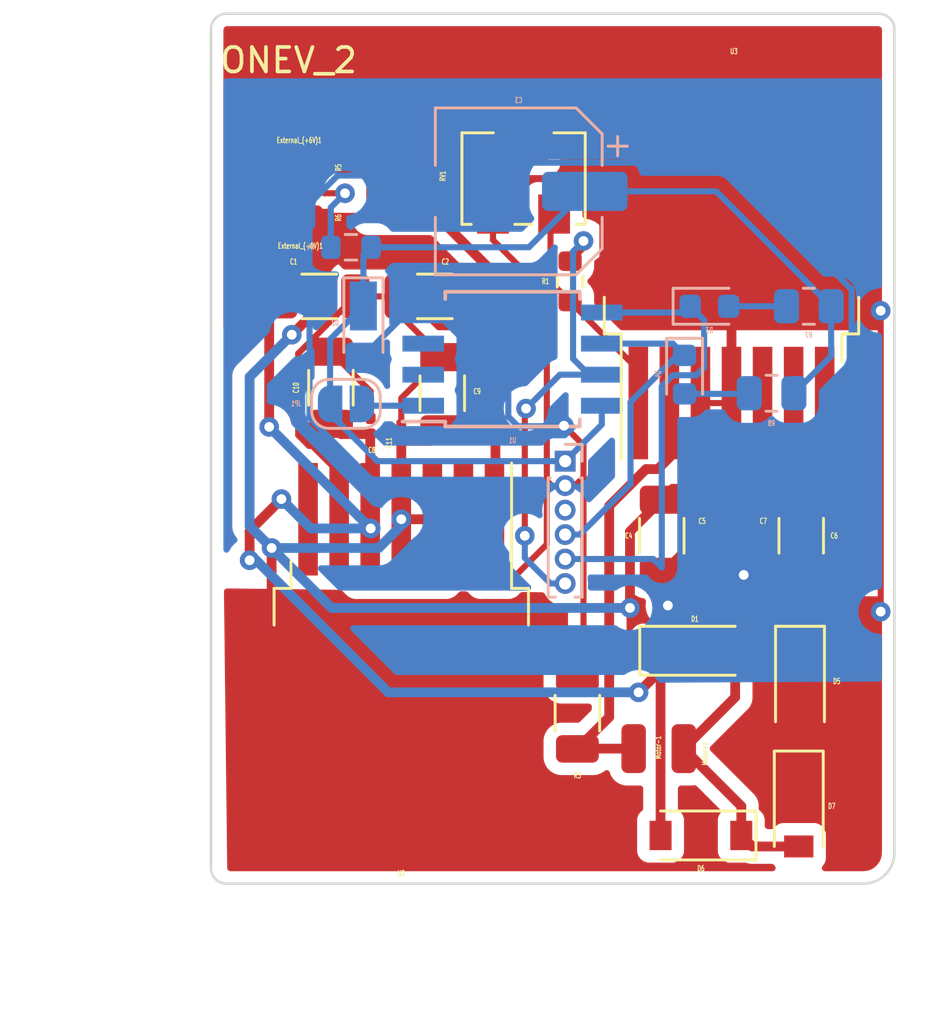
<source format=kicad_pcb>
(kicad_pcb (version 20211014) (generator pcbnew)
  (layers (0 "F.Cu" signal) (31 "B.Cu" signal) (34 "B.Paste" user) (35 "F.Paste" user) (36 "B.SilkS" user "B.Silkscreen") (37 "F.SilkS" user "F.Silkscreen") (38 "B.Mask" user) (39 "F.Mask" user) (44 "Edge.Cuts" user))
  (net 0 "")
  (net 1 "+V")
  (net 2 "-V")
  (net 3 "VCC_MCU_5V")
  (net 4 "TX_Serial")
  (net 5 "Net-(D3-Pad2)")
  (net 6 "RX_Serial")
  (net 7 "Net-(D4-Pad2)")
  (net 8 "Torque_Mode")
  (net 9 "Net-(R1-Pad2)")
  (net 10 "Net-(R5-Pad2)")
  (net 13 "GND")
  (net 14 "Net-(Motor-1-Pad1)")
  (net 16 "Net-(U3-Pad3)")
  (net 17 "Net-(U1-Pad1)")
  (footprint "Capacitor_SMD:C_0201_0603Metric" (layer "F.Cu") (at 179.25 52.423 90)
    (fp_text reference "C8" (at -0.977 0.05 unlocked) (layer "F.SilkS") (effects (font (size 0.225 0.15))))
    (fp_text value "0.1uF")
    (pad "1" smd roundrect (at -0.32 0 90) (size 0.46 0.4) (layers "F.Cu" "F.Mask") (net 1 "+V"))
    (pad "2" smd roundrect (at 0.32 0 90) (size 0.46 0.4) (layers "F.Cu" "F.Mask") (net 13 "GND"))
  )
  (footprint "Capacitor_SMD:C_1206_3216Metric" (layer "F.Cu") (at 181.8716 47.1156)
    (fp_text reference "C2" (at 0.4284 -1.4156 unlocked) (layer "F.SilkS") (effects (font (size 0.225 0.15))))
    (fp_text value "10uF")
    (fp_line (start -0.711252 0.91) (end 0.711252 0.91) (layer "F.SilkS") (width 0.12))
    (fp_line (start -0.711252 -0.91) (end 0.711252 -0.91) (layer "F.SilkS") (width 0.12))
    (pad "1" smd roundrect (at -1.475 0) (size 1.15 1.8) (layers "F.Cu" "F.Paste" "F.Mask") (roundrect_rratio 0.217391) (net 13 "GND"))
    (pad "2" smd roundrect (at 1.475 0) (size 1.15 1.8) (layers "F.Cu" "F.Paste" "F.Mask") (roundrect_rratio 0.217391) (net 2 "-V"))
  )
  (footprint "Capacitor_SMD:C_1206_3216Metric" (layer "F.Cu") (at 196.85 56.9 -90)
    (fp_text reference "C6" (at 0 -1.35 unlocked) (layer "F.SilkS") (effects (font (size 0.225 0.15))))
    (fp_text value "10uF")
    (fp_line (start -0.711252 0.91) (end 0.711252 0.91) (layer "F.SilkS") (width 0.12))
    (fp_line (start -0.711252 -0.91) (end 0.711252 -0.91) (layer "F.SilkS") (width 0.12))
    (pad "1" smd roundrect (at -1.475 0 270) (size 1.15 1.8) (layers "F.Cu" "F.Paste" "F.Mask") (roundrect_rratio 0.217391) (net 1 "+V"))
    (pad "2" smd roundrect (at 1.475 0 270) (size 1.15 1.8) (layers "F.Cu" "F.Paste" "F.Mask") (roundrect_rratio 0.217391) (net 13 "GND"))
  )
  (footprint "Capacitor_SMD:C_1206_3216Metric" (layer "F.Cu") (at 177.6244 50.85 90)
    (fp_text reference "C10" (at 0 -1.4244 90 unlocked) (layer "F.SilkS") (effects (font (size 0.225 0.15))))
    (fp_text value "10uF")
    (fp_line (start -0.711252 0.91) (end 0.711252 0.91) (layer "F.SilkS") (width 0.12))
    (fp_line (start -0.711252 -0.91) (end 0.711252 -0.91) (layer "F.SilkS") (width 0.12))
    (pad "1" smd roundrect (at -1.475 0 90) (size 1.15 1.8) (layers "F.Cu" "F.Paste" "F.Mask") (roundrect_rratio 0.217391) (net 1 "+V"))
    (pad "2" smd roundrect (at 1.475 0 90) (size 1.15 1.8) (layers "F.Cu" "F.Paste" "F.Mask") (roundrect_rratio 0.217391) (net 13 "GND"))
  )
  (footprint "Potentiometer_SMD:Potentiometer_Bourns_3214W_Vertical" (layer "F.Cu") (at 185.5 42.3 180)
    (fp_text reference "RV1" (at 3.3 0.1 90 unlocked) (layer "F.SilkS") (effects (font (size 0.225 0.15))))
    (fp_text value "1k")
    (fp_line (start 2.52 -1.87) (end 2.52 1.87) (layer "F.SilkS") (width 0.12))
    (fp_line (start 2.14 -1.87) (end 2.52 -1.87) (layer "F.SilkS") (width 0.12))
    (fp_line (start -2.52 -1.87) (end -2.14 -1.87) (layer "F.SilkS") (width 0.12))
    (fp_line (start 1.24 1.87) (end 2.52 1.87) (layer "F.SilkS") (width 0.12))
    (fp_line (start -0.36 -1.87) (end 0.36 -1.87) (layer "F.SilkS") (width 0.12))
    (fp_line (start -2.52 -1.87) (end -2.52 1.87) (layer "F.SilkS") (width 0.12))
    (fp_line (start -2.52 1.87) (end -1.24 1.87) (layer "F.SilkS") (width 0.12))
    (pad "1" smd rect (at 1.25 -1.45 180) (size 1.3 1.6) (layers "F.Cu" "F.Paste" "F.Mask") (net 13 "GND"))
    (pad "2" smd rect (at 0 1.45 180) (size 2 1.6) (layers "F.Cu" "F.Paste" "F.Mask") (net 13 "GND"))
    (pad "3" smd rect (at -1.25 -1.45 180) (size 1.3 1.6) (layers "F.Cu" "F.Paste" "F.Mask") (net 9 "Net-(R1-Pad2)"))
  )
  (footprint "Capacitor_SMD:C_0201_0603Metric" (layer "F.Cu") (at 195.25 55.3 -90)
    (fp_text reference "C7" (at 1 -0.05 unlocked) (layer "F.SilkS") (effects (font (size 0.225 0.15))))
    (fp_text value "0.1uF")
    (pad "1" smd roundrect (at -0.32 0 270) (size 0.46 0.4) (layers "F.Cu" "F.Mask") (net 1 "+V"))
    (pad "2" smd roundrect (at 0.32 0 270) (size 0.46 0.4) (layers "F.Cu" "F.Mask") (net 13 "GND"))
  )
  (footprint "Resistor_SMD:R_0201_0603Metric" (layer "F.Cu") (at 178.95 43.9 180)
    (fp_text reference "R6" (at 1.016 0 90 unlocked) (layer "F.SilkS") (effects (font (size 0.225 0.15))))
    (fp_text value "100k")
    (pad "1" smd roundrect (at -0.32 0 180) (size 0.46 0.4) (layers "F.Cu" "F.Mask") (net 10 "Net-(R5-Pad2)"))
    (pad "2" smd roundrect (at 0.32 0 180) (size 0.46 0.4) (layers "F.Cu" "F.Mask") (net 2 "-V"))
  )
  (footprint "Package_TO_SOT_SMD:TO-263-7_TabPin8" (layer "F.Cu") (at 194 45.7 90)
    (fp_text reference "U3" (at 8.6 0.1 unlocked) (layer "F.SilkS") (effects (font (size 0.225 0.15))))
    (fp_text value "OPAMP")
    (fp_line (start -2.95 -4.51) (end -8.075 -4.51) (layer "F.SilkS") (width 0.12))
    (fp_line (start -1.45 5.2) (end -2.95 5.2) (layer "F.SilkS") (width 0.12))
    (fp_line (start -2.95 -5.2) (end -2.95 -4.51) (layer "F.SilkS") (width 0.12))
    (fp_line (start -2.95 4.51) (end -4.05 4.51) (layer "F.SilkS") (width 0.12))
    (fp_line (start -1.45 -5.2) (end -2.95 -5.2) (layer "F.SilkS") (width 0.12))
    (fp_line (start -2.95 5.2) (end -2.95 4.51) (layer "F.SilkS") (width 0.12))
    (pad "1" smd rect (at -5.775 -3.81 90) (size 4.6 0.8) (layers "F.Cu" "F.Paste" "F.Mask") (net 9 "Net-(R1-Pad2)"))
    (pad "2" smd rect (at -5.775 -2.54 90) (size 4.6 0.8) (layers "F.Cu" "F.Paste" "F.Mask") (net 14 "Net-(Motor-1-Pad1)"))
    (pad "3" smd rect (at -5.775 -1.27 90) (size 4.6 0.8) (layers "F.Cu" "F.Paste" "F.Mask") (net 2 "-V"))
    (pad "4" smd rect (at -5.775 0 90) (size 4.6 0.8) (layers "F.Cu" "F.Paste" "F.Mask") (net 2 "-V"))
    (pad "5" smd rect (at -5.775 1.27 90) (size 4.6 0.8) (layers "F.Cu" "F.Paste" "F.Mask") (net 1 "+V"))
    (pad "6" smd rect (at -5.775 2.54 90) (size 4.6 0.8) (layers "F.Cu" "F.Paste" "F.Mask") (net 16 "Net-(U3-Pad3)"))
    (pad "7" smd rect (at -5.775 3.81 90) (size 4.6 0.8) (layers "F.Cu" "F.Paste" "F.Mask"))
    (pad "8" smd rect (at 3.375 0 90) (size 9.4 10.8) (layers "F.Cu" "F.Mask") (net 2 "-V"))
  )
  (footprint "Connector_Wire:SolderWirePad_1x01_SMD_1x2mm" (layer "F.Cu") (at 192.05 65.6 180)
    (fp_text reference "Motor+1" (at -0.871 -0.21 90 unlocked) (layer "F.SilkS") (effects (font (size 0.225 0.15))))
    (fp_text value "Conn_01x01")
    (pad "1" smd roundrect (at 0 0 180) (size 1 2) (layers "F.Cu" "F.Paste" "F.Mask") (net 16 "Net-(U3-Pad3)"))
  )
  (footprint "Capacitor_SMD:C_0201_0603Metric" (layer "F.Cu") (at 192.75 55.3 -90)
    (fp_text reference "C5" (at 1 -0.05 unlocked) (layer "F.SilkS") (effects (font (size 0.225 0.15))))
    (fp_text value "0.1uF")
    (pad "1" smd roundrect (at -0.32 0 270) (size 0.46 0.4) (layers "F.Cu" "F.Mask") (net 2 "-V"))
    (pad "2" smd roundrect (at 0.32 0 270) (size 0.46 0.4) (layers "F.Cu" "F.Mask") (net 13 "GND"))
  )
  (footprint "Resistor_SMD:R_0201_0603Metric" (layer "F.Cu") (at 178.95 41.85)
    (fp_text reference "R5" (at -1.016 0 90 unlocked) (layer "F.SilkS") (effects (font (size 0.225 0.15))))
    (fp_text value "100k")
    (pad "1" smd roundrect (at -0.32 0) (size 0.46 0.4) (layers "F.Cu" "F.Mask") (net 1 "+V"))
    (pad "2" smd roundrect (at 0.32 0) (size 0.46 0.4) (layers "F.Cu" "F.Mask") (net 10 "Net-(R5-Pad2)"))
  )
  (footprint "Diode_SMD:D_SOD-123" (layer "F.Cu") (at 196.75 67.95 -90)
    (fp_text reference "D7" (at 0 -1.35 unlocked) (layer "F.SilkS") (effects (font (size 0.225 0.15))))
    (fp_text value "D_Zener")
    (fp_line (start -2.25 -1) (end 1.65 -1) (layer "F.SilkS") (width 0.12))
    (fp_line (start -2.25 1) (end 1.65 1) (layer "F.SilkS") (width 0.12))
    (fp_line (start -2.25 -1) (end -2.25 1) (layer "F.SilkS") (width 0.12))
    (pad "1" smd rect (at -1.65 0 270) (size 0.9 1.2) (layers "F.Cu" "F.Paste" "F.Mask") (net 2 "-V"))
    (pad "2" smd rect (at 1.65 0 270) (size 0.9 1.2) (layers "F.Cu" "F.Paste" "F.Mask") (net 16 "Net-(U3-Pad3)"))
  )
  (footprint "Capacitor_SMD:C_1206_3216Metric" (layer "F.Cu") (at 182.1764 51.0744 90)
    (fp_text reference "C9" (at 0.0744 1.4236 unlocked) (layer "F.SilkS") (effects (font (size 0.225 0.15))))
    (fp_text value "10uF")
    (fp_line (start -0.711252 -0.91) (end 0.711252 -0.91) (layer "F.SilkS") (width 0.12))
    (fp_line (start -0.711252 0.91) (end 0.711252 0.91) (layer "F.SilkS") (width 0.12))
    (pad "1" smd roundrect (at -1.475 0 90) (size 1.15 1.8) (layers "F.Cu" "F.Paste" "F.Mask") (roundrect_rratio 0.217391) (net 2 "-V"))
    (pad "2" smd roundrect (at 1.475 0 90) (size 1.15 1.8) (layers "F.Cu" "F.Paste" "F.Mask") (roundrect_rratio 0.217391) (net 13 "GND"))
  )
  (footprint "Package_TO_SOT_SMD:TO-263-7_TabPin8" (layer "F.Cu") (at 180.5 62 -90)
    (fp_text reference "U2" (at 8.7 0 unlocked) (layer "F.SilkS") (effects (font (size 0.225 0.15))))
    (fp_text value "OPAMP")
    (fp_line (start -2.95 -5.2) (end -2.95 -4.51) (layer "F.SilkS") (width 0.12))
    (fp_line (start -1.45 5.2) (end -2.95 5.2) (layer "F.SilkS") (width 0.12))
    (fp_line (start -2.95 5.2) (end -2.95 4.51) (layer "F.SilkS") (width 0.12))
    (fp_line (start -1.45 -5.2) (end -2.95 -5.2) (layer "F.SilkS") (width 0.12))
    (fp_line (start -2.95 -4.51) (end -8.075 -4.51) (layer "F.SilkS") (width 0.12))
    (fp_line (start -2.95 4.51) (end -4.05 4.51) (layer "F.SilkS") (width 0.12))
    (pad "1" smd rect (at -5.775 -3.81 270) (size 4.6 0.8) (layers "F.Cu" "F.Paste" "F.Mask") (net 10 "Net-(R5-Pad2)"))
    (pad "2" smd rect (at -5.775 -2.54 270) (size 4.6 0.8) (layers "F.Cu" "F.Paste" "F.Mask") (net 13 "GND"))
    (pad "3" smd rect (at -5.775 -1.27 270) (size 4.6 0.8) (layers "F.Cu" "F.Paste" "F.Mask") (net 2 "-V"))
    (pad "4" smd rect (at -5.775 0 270) (size 4.6 0.8) (layers "F.Cu" "F.Paste" "F.Mask") (net 2 "-V"))
    (pad "5" smd rect (at -5.775 1.27 270) (size 4.6 0.8) (layers "F.Cu" "F.Paste" "F.Mask") (net 1 "+V"))
    (pad "6" smd rect (at -5.775 2.54 270) (size 4.6 0.8) (layers "F.Cu" "F.Paste" "F.Mask") (net 13 "GND"))
    (pad "7" smd rect (at -5.775 3.81 270) (size 4.6 0.8) (layers "F.Cu" "F.Paste" "F.Mask"))
    (pad "8" smd rect (at 3.375 0 270) (size 9.4 10.8) (layers "F.Cu" "F.Mask") (net 2 "-V"))
  )
  (footprint "Capacitor_SMD:C_1206_3216Metric" (layer "F.Cu") (at 191.15 56.9 -90)
    (fp_text reference "C4" (at 0 1.35 unlocked) (layer "F.SilkS") (effects (font (size 0.225 0.15))))
    (fp_text value "10uF")
    (fp_line (start -0.711252 0.91) (end 0.711252 0.91) (layer "F.SilkS") (width 0.12))
    (fp_line (start -0.711252 -0.91) (end 0.711252 -0.91) (layer "F.SilkS") (width 0.12))
    (pad "1" smd roundrect (at -1.475 0 270) (size 1.15 1.8) (layers "F.Cu" "F.Paste" "F.Mask") (roundrect_rratio 0.217391) (net 2 "-V"))
    (pad "2" smd roundrect (at 1.475 0 270) (size 1.15 1.8) (layers "F.Cu" "F.Paste" "F.Mask") (roundrect_rratio 0.217391) (net 13 "GND"))
  )
  (footprint "Diode_SMD:D_SOD-123" (layer "F.Cu") (at 192.5 61.6)
    (fp_text reference "D1" (at 0 -1.3 unlocked) (layer "F.SilkS") (effects (font (size 0.225 0.15))))
    (fp_text value "D_Schottky")
    (fp_line (start -2.25 1) (end 1.65 1) (layer "F.SilkS") (width 0.12))
    (fp_line (start -2.25 -1) (end 1.65 -1) (layer "F.SilkS") (width 0.12))
    (fp_line (start -2.25 -1) (end -2.25 1) (layer "F.SilkS") (width 0.12))
    (pad "1" smd rect (at -1.65 0) (size 0.9 1.2) (layers "F.Cu" "F.Paste" "F.Mask") (net 1 "+V"))
    (pad "2" smd rect (at 1.65 0) (size 0.9 1.2) (layers "F.Cu" "F.Paste" "F.Mask") (net 16 "Net-(U3-Pad3)"))
  )
  (footprint "Resistor_SMD:R_1206_3216Metric" (layer "F.Cu") (at 187.7 64.15 90)
    (fp_text reference "R3" (at -2.55 0 unlocked) (layer "F.SilkS") (effects (font (size 0.225 0.15))))
    (fp_text value "0.1")
    (fp_line (start -0.727064 -0.91) (end 0.727064 -0.91) (layer "F.SilkS") (width 0.12))
    (fp_line (start -0.727064 0.91) (end 0.727064 0.91) (layer "F.SilkS") (width 0.12))
    (pad "1" smd roundrect (at -1.4625 0 90) (size 1.125 1.75) (layers "F.Cu" "F.Paste" "F.Mask") (roundrect_rratio 0.222222) (net 14 "Net-(Motor-1-Pad1)"))
    (pad "2" smd roundrect (at 1.4625 0 90) (size 1.125 1.75) (layers "F.Cu" "F.Paste" "F.Mask") (roundrect_rratio 0.222222) (net 13 "GND"))
  )
  (footprint "Connector_Wire:SolderWirePad_1x01_SMD_1x2mm" (layer "F.Cu") (at 176.306 43.894 90)
    (fp_text reference "External_(-6V)1" (at -1.156 0.069 unlocked) (layer "F.SilkS") (effects (font (size 0.225 0.15))))
    (fp_text value "Conn_01x01")
    (pad "1" smd roundrect (at 0 0 90) (size 1 2) (layers "F.Cu" "F.Paste" "F.Mask") (net 2 "-V"))
  )
  (footprint "Connector_Wire:SolderWirePad_1x01_SMD_1x2mm" (layer "F.Cu") (at 176.306 41.85 90)
    (fp_text reference "External_(+6V)1" (at 1.116 0.019 unlocked) (layer "F.SilkS") (effects (font (size 0.225 0.15))))
    (fp_text value "Conn_01x01")
    (pad "1" smd roundrect (at 0 0 90) (size 1 2) (layers "F.Cu" "F.Paste" "F.Mask") (net 1 "+V"))
  )
  (footprint "Capacitor_SMD:C_1206_3216Metric" (layer "F.Cu") (at 177.1472 47.1156)
    (fp_text reference "C1" (at -1.0472 -1.4156 unlocked) (layer "F.SilkS") (effects (font (size 0.225 0.15))))
    (fp_text value "10uF")
    (fp_line (start -0.711252 0.91) (end 0.711252 0.91) (layer "F.SilkS") (width 0.12))
    (fp_line (start -0.711252 -0.91) (end 0.711252 -0.91) (layer "F.SilkS") (width 0.12))
    (pad "1" smd roundrect (at -1.475 0) (size 1.15 1.8) (layers "F.Cu" "F.Paste" "F.Mask") (roundrect_rratio 0.217391) (net 1 "+V"))
    (pad "2" smd roundrect (at 1.475 0) (size 1.15 1.8) (layers "F.Cu" "F.Paste" "F.Mask") (roundrect_rratio 0.217391) (net 13 "GND"))
  )
  (footprint "Connector_Wire:SolderWirePad_1x01_SMD_1x2mm" (layer "F.Cu") (at 190 65.6 180)
    (fp_text reference "Motor-1" (at -1.006 0.044 90 unlocked) (layer "F.SilkS") (effects (font (size 0.225 0.15))))
    (fp_text value "Conn_01x01")
    (pad "1" smd roundrect (at 0 0 180) (size 1 2) (layers "F.Cu" "F.Paste" "F.Mask") (net 14 "Net-(Motor-1-Pad1)"))
  )
  (footprint "Resistor_SMD:R_0603_1608Metric" (layer "F.Cu") (at 187.4 46.5 -90)
    (fp_text reference "R1" (at 0 1 unlocked) (layer "F.SilkS") (effects (font (size 0.225 0.15))))
    (fp_text value "100k")
    (fp_line (start -0.237258 0.5225) (end 0.237258 0.5225) (layer "F.SilkS") (width 0.12))
    (fp_line (start -0.237258 -0.5225) (end 0.237258 -0.5225) (layer "F.SilkS") (width 0.12))
    (pad "1" smd roundrect (at -0.825 0 270) (size 0.8 0.95) (layers "F.Cu" "F.Paste" "F.Mask") (net 8 "Torque_Mode"))
    (pad "2" smd roundrect (at 0.825 0 270) (size 0.8 0.95) (layers "F.Cu" "F.Paste" "F.Mask") (net 9 "Net-(R1-Pad2)"))
  )
  (footprint "Capacitor_SMD:C_0201_0603Metric" (layer "F.Cu") (at 180.5 52.7 90)
    (fp_text reference "C11" (at -0.4 -0.5 90 unlocked) (layer "F.SilkS") (effects (font (size 0.225 0.15))))
    (fp_text value "0.1uF")
    (pad "1" smd roundrect (at -0.32 0 90) (size 0.46 0.4) (layers "F.Cu" "F.Mask") (net 2 "-V"))
    (pad "2" smd roundrect (at 0.32 0 90) (size 0.46 0.4) (layers "F.Cu" "F.Mask") (net 13 "GND"))
  )
  (footprint "Diode_SMD:D_SOD-123" (layer "F.Cu") (at 196.8 62.85 -90)
    (fp_text reference "D5" (at 0 -1.5 unlocked) (layer "F.SilkS") (effects (font (size 0.225 0.15))))
    (fp_text value "D_Schottky")
    (fp_line (start -2.25 1) (end 1.65 1) (layer "F.SilkS") (width 0.12))
    (fp_line (start -2.25 -1) (end -2.25 1) (layer "F.SilkS") (width 0.12))
    (fp_line (start -2.25 -1) (end 1.65 -1) (layer "F.SilkS") (width 0.12))
    (pad "1" smd rect (at -1.65 0 270) (size 0.9 1.2) (layers "F.Cu" "F.Paste" "F.Mask") (net 16 "Net-(U3-Pad3)"))
    (pad "2" smd rect (at 1.65 0 270) (size 0.9 1.2) (layers "F.Cu" "F.Paste" "F.Mask") (net 2 "-V"))
  )
  (footprint "Diode_SMD:D_SOD-123" (layer "F.Cu") (at 192.75 69.15 180)
    (fp_text reference "D6" (at 0 -1.35 unlocked) (layer "F.SilkS") (effects (font (size 0.225 0.15))))
    (fp_text value "D_Zener")
    (fp_line (start -2.25 -1) (end 1.65 -1) (layer "F.SilkS") (width 0.12))
    (fp_line (start -2.25 -1) (end -2.25 1) (layer "F.SilkS") (width 0.12))
    (fp_line (start -2.25 1) (end 1.65 1) (layer "F.SilkS") (width 0.12))
    (pad "1" smd rect (at -1.65 0 180) (size 0.9 1.2) (layers "F.Cu" "F.Paste" "F.Mask") (net 16 "Net-(U3-Pad3)"))
    (pad "2" smd rect (at 1.65 0 180) (size 0.9 1.2) (layers "F.Cu" "F.Paste" "F.Mask") (net 1 "+V"))
  )
  (footprint "Jumper:SolderJumper-2_P1.3mm_Open_RoundedPad1.0x1.5mm" (layer "B.Cu") (at 178.2408 51.5088 180)
    (fp_text reference "JP1" (at 2.0408 0.0088 unlocked) (layer "B.SilkS") (effects (font (size 0.225 0.15)) (justify mirror)))
    (fp_text value "Jumper_2_Open")
    (fp_line (start 0.7 -1) (end -0.7 -1) (layer "B.SilkS") (width 0.12))
    (fp_line (start 1.4 0.3) (end 1.4 -0.3) (layer "B.SilkS") (width 0.12))
    (fp_line (start -1.4 -0.3) (end -1.4 0.3) (layer "B.SilkS") (width 0.12))
    (fp_line (start -0.7 1) (end 0.7 1) (layer "B.SilkS") (width 0.12))
    (fp_arc (start -1.4 -0.3) (mid -1.194975 -0.794975) (end -0.7 -1) (layer "B.SilkS") (width 0.12))
    (fp_arc (start 0.7 -1) (mid 1.194975 -0.794975) (end 1.4 -0.3) (layer "B.SilkS") (width 0.12))
    (fp_arc (start 1.4 0.3) (mid 1.194975 0.794975) (end 0.7 1) (layer "B.SilkS") (width 0.12))
    (fp_arc (start -0.7 1) (mid -1.194975 0.794975) (end -1.4 0.3) (layer "B.SilkS") (width 0.12))
    (pad "1" smd custom (at -0.65 0 180) (size 1 0.5) (layers "B.Cu" "B.Mask") (net 17 "Net-(U1-Pad1)") (options (clearance outline) (anchor rect)) (primitives (gr_circle (center 0 -0.25) (end 0.5 -0.25) (width 0) (fill yes)) (gr_circle (center 0 0.25) (end 0.5 0.25) (width 0) (fill yes)) (gr_poly (pts (xy 0.5 -0.75) (xy 0 -0.75) (xy 0 0.75) (xy 0.5 0.75)) (width 0) (fill yes))))
    (pad "2" smd custom (at 0.65 0 180) (size 1 0.5) (layers "B.Cu" "B.Mask") (net 3 "VCC_MCU_5V") (options (clearance outline) (anchor rect)) (primitives (gr_circle (center 0 -0.25) (end 0.5 -0.25) (width 0) (fill yes)) (gr_circle (center 0 0.25) (end 0.5 0.25) (width 0) (fill yes)) (gr_poly (pts (xy 0 -0.75) (xy -0.5 -0.75) (xy -0.5 0.75) (xy 0 0.75)) (width 0) (fill yes))))
  )
  (footprint "Package_SO:SOIC-8W_5.3x5.3mm_P1.27mm" (layer "B.Cu") (at 185.048 49.68)
    (fp_text reference "U1" (at 0 3.32 unlocked) (layer "B.SilkS") (effects (font (size 0.225 0.15)) (justify mirror)))
    (fp_text value "ATtiny85-20S")
    (fp_line (start 2.75 -2.755) (end 2.75 -2.455) (layer "B.SilkS") (width 0.15))
    (fp_line (start 2.75 2.755) (end 2.75 2.455) (layer "B.SilkS") (width 0.15))
    (fp_line (start -2.75 2.755) (end -2.75 2.55) (layer "B.SilkS") (width 0.15))
    (fp_line (start -2.75 -2.755) (end -2.75 -2.455) (layer "B.SilkS") (width 0.15))
    (fp_line (start -2.75 2.755) (end 2.75 2.755) (layer "B.SilkS") (width 0.15))
    (fp_line (start -2.75 2.55) (end -4.5 2.55) (layer "B.SilkS") (width 0.15))
    (fp_line (start -2.75 -2.755) (end 2.75 -2.755) (layer "B.SilkS") (width 0.15))
    (pad "1" smd rect (at -3.65 1.905) (size 1.7 0.65) (layers "B.Cu" "B.Paste" "B.Mask") (net 17 "Net-(U1-Pad1)"))
    (pad "2" smd rect (at -3.65 0.635) (size 1.7 0.65) (layers "B.Cu" "B.Paste" "B.Mask"))
    (pad "3" smd rect (at -3.65 -0.635) (size 1.7 0.65) (layers "B.Cu" "B.Paste" "B.Mask"))
    (pad "4" smd rect (at -3.65 -1.905) (size 1.7 0.65) (layers "B.Cu" "B.Paste" "B.Mask") (net 13 "GND"))
    (pad "5" smd rect (at 3.65 -1.905) (size 1.7 0.65) (layers "B.Cu" "B.Paste" "B.Mask") (net 4 "TX_Serial"))
    (pad "6" smd rect (at 3.65 -0.635) (size 1.7 0.65) (layers "B.Cu" "B.Paste" "B.Mask") (net 6 "RX_Serial"))
    (pad "7" smd rect (at 3.65 0.635) (size 1.7 0.65) (layers "B.Cu" "B.Paste" "B.Mask") (net 8 "Torque_Mode"))
    (pad "8" smd rect (at 3.65 1.905) (size 1.7 0.65) (layers "B.Cu" "B.Paste" "B.Mask") (net 3 "VCC_MCU_5V"))
  )
  (footprint "Resistor_SMD:R_0805_2012Metric" (layer "B.Cu") (at 195.638 51.0745)
    (fp_text reference "R8" (at 0 1.2255 unlocked) (layer "B.SilkS") (effects (font (size 0.225 0.15)) (justify mirror)))
    (fp_text value "220")
    (fp_line (start -0.227064 -0.735) (end 0.227064 -0.735) (layer "B.SilkS") (width 0.12))
    (fp_line (start -0.227064 0.735) (end 0.227064 0.735) (layer "B.SilkS") (width 0.12))
    (pad "1" smd roundrect (at -0.9125 0) (size 1.025 1.4) (layers "B.Cu" "B.Paste" "B.Mask") (roundrect_rratio 0.243902) (net 7 "Net-(D4-Pad2)"))
    (pad "2" smd roundrect (at 0.9125 0) (size 1.025 1.4) (layers "B.Cu" "B.Paste" "B.Mask") (roundrect_rratio 0.243902) (net 3 "VCC_MCU_5V"))
  )
  (footprint "LED_SMD:LED_0603_1608Metric" (layer "B.Cu") (at 192.082 50.3125 -90)
    (fp_text reference "D4" (at -0.0125 1.082 90 unlocked) (layer "B.SilkS") (effects (font (size 0.225 0.15)) (justify mirror)))
    (fp_text value "LED")
    (fp_line (start -1.485 0.735) (end -1.485 -0.735) (layer "B.SilkS") (width 0.12))
    (fp_line (start 0.8 0.735) (end -1.485 0.735) (layer "B.SilkS") (width 0.12))
    (fp_line (start -1.485 -0.735) (end 0.8 -0.735) (layer "B.SilkS") (width 0.12))
    (pad "1" smd roundrect (at -0.7875 0 270) (size 0.875 0.95) (layers "B.Cu" "B.Paste" "B.Mask") (net 6 "RX_Serial"))
    (pad "2" smd roundrect (at 0.7875 0 270) (size 0.875 0.95) (layers "B.Cu" "B.Paste" "B.Mask") (net 7 "Net-(D4-Pad2)"))
  )
  (footprint "Connector_PinHeader_1.00mm:PinHeader_1x06_P1.00mm_Vertical" (layer "B.Cu") (at 187.2 53.85 180)
    (fp_text reference "ONEV_2" hide)
    (fp_text value "PinHeader_1x06_P1.00mm_Vertical")
    (fp_line (start -0.695 -0.685) (end -0.695 -5.56) (layer "B.SilkS") (width 0.12))
    (fp_line (start -0.695 0) (end -0.695 0.685) (layer "B.SilkS") (width 0.12))
    (fp_line (start 0.695 -0.685) (end 0.695 -5.56) (layer "B.SilkS") (width 0.12))
    (fp_line (start -0.695 -5.56) (end -0.394493 -5.56) (layer "B.SilkS") (width 0.12))
    (fp_line (start 0.394493 -5.56) (end 0.695 -5.56) (layer "B.SilkS") (width 0.12))
    (fp_line (start 0.608276 -0.685) (end 0.695 -0.685) (layer "B.SilkS") (width 0.12))
    (fp_line (start -0.695 0.685) (end 0 0.685) (layer "B.SilkS") (width 0.12))
    (fp_line (start -0.695 -0.685) (end -0.608276 -0.685) (layer "B.SilkS") (width 0.12))
    (pad "1" thru_hole rect (at 0 0 180) (size 0.85 0.85) (drill 0.5) (layers *.Cu *.Mask) (net 3 "VCC_MCU_5V"))
    (pad "2" thru_hole oval (at 0 -1 180) (size 0.85 0.85) (drill 0.5) (layers *.Cu *.Mask) (net 13 "GND"))
    (pad "3" thru_hole oval (at 0 -2 180) (size 0.85 0.85) (drill 0.5) (layers *.Cu *.Mask))
    (pad "4" thru_hole oval (at 0 -3 180) (size 0.85 0.85) (drill 0.5) (layers *.Cu *.Mask) (net 6 "RX_Serial"))
    (pad "5" thru_hole oval (at 0 -4 180) (size 0.85 0.85) (drill 0.5) (layers *.Cu *.Mask) (net 4 "TX_Serial"))
    (pad "6" thru_hole oval (at 0 -5 180) (size 0.85 0.85) (drill 0.5) (layers *.Cu *.Mask) (net 8 "Torque_Mode"))
  )
  (footprint "Resistor_SMD:R_0805_2012Metric" (layer "B.Cu") (at 197.162 47.5185 180)
    (fp_text reference "R7" (at 0 -1.1815 unlocked) (layer "B.SilkS") (effects (font (size 0.225 0.15)) (justify mirror)))
    (fp_text value "220")
    (fp_line (start -0.227064 -0.735) (end 0.227064 -0.735) (layer "B.SilkS") (width 0.12))
    (fp_line (start -0.227064 0.735) (end 0.227064 0.735) (layer "B.SilkS") (width 0.12))
    (pad "1" smd roundrect (at -0.9125 0 180) (size 1.025 1.4) (layers "B.Cu" "B.Paste" "B.Mask") (roundrect_rratio 0.243902) (net 3 "VCC_MCU_5V"))
    (pad "2" smd roundrect (at 0.9125 0 180) (size 1.025 1.4) (layers "B.Cu" "B.Paste" "B.Mask") (roundrect_rratio 0.243902) (net 5 "Net-(D3-Pad2)"))
  )
  (footprint "Diode_SMD:D_TUMD2" (layer "B.Cu") (at 178.952 48.156 -90)
    (fp_text reference "D2" (at 0.044 1.152 unlocked) (layer "B.SilkS") (effects (font (size 0.225 0.15)) (justify mirror)))
    (fp_text value "zener")
    (fp_line (start 1.25 -0.8) (end -1.8 -0.8) (layer "B.SilkS") (width 0.12))
    (fp_line (start -1.8 -0.8) (end -1.8 0.8) (layer "B.SilkS") (width 0.12))
    (fp_line (start -1.8 0.8) (end 1.25 0.8) (layer "B.SilkS") (width 0.12))
    (pad "1" smd rect (at -0.65 0 90) (size 2 1.1) (layers "B.Cu" "B.Paste" "B.Mask") (net 3 "VCC_MCU_5V"))
    (pad "2" smd rect (at 1.25 0 90) (size 0.8 1.1) (layers "B.Cu" "B.Paste" "B.Mask") (net 13 "GND"))
  )
  (footprint "Resistor_SMD:R_0603_1608Metric" (layer "B.Cu") (at 178.444 45.108)
    (fp_text reference "R4" (at -1.644 -0.008 unlocked) (layer "B.SilkS") (effects (font (size 0.225 0.15)) (justify mirror)))
    (fp_text value "150")
    (fp_line (start -0.237258 -0.5225) (end 0.237258 -0.5225) (layer "B.SilkS") (width 0.12))
    (fp_line (start -0.237258 0.5225) (end 0.237258 0.5225) (layer "B.SilkS") (width 0.12))
    (pad "1" smd roundrect (at -0.825 0) (size 0.8 0.95) (layers "B.Cu" "B.Paste" "B.Mask") (net 1 "+V"))
    (pad "2" smd roundrect (at 0.825 0) (size 0.8 0.95) (layers "B.Cu" "B.Paste" "B.Mask") (net 3 "VCC_MCU_5V"))
  )
  (footprint "LED_SMD:LED_0603_1608Metric" (layer "B.Cu") (at 193.098 47.5185)
    (fp_text reference "D3" (at 0.002 0.9815 unlocked) (layer "B.SilkS") (effects (font (size 0.225 0.15)) (justify mirror)))
    (fp_text value "LED")
    (fp_line (start 0.8 0.735) (end -1.485 0.735) (layer "B.SilkS") (width 0.12))
    (fp_line (start -1.485 -0.735) (end 0.8 -0.735) (layer "B.SilkS") (width 0.12))
    (fp_line (start -1.485 0.735) (end -1.485 -0.735) (layer "B.SilkS") (width 0.12))
    (pad "1" smd roundrect (at -0.7875 0) (size 0.875 0.95) (layers "B.Cu" "B.Paste" "B.Mask") (net 4 "TX_Serial"))
    (pad "2" smd roundrect (at 0.7875 0) (size 0.875 0.95) (layers "B.Cu" "B.Paste" "B.Mask") (net 5 "Net-(D3-Pad2)"))
  )
  (footprint "Capacitor_SMD:CP_Elec_6.3x5.7" (layer "B.Cu") (at 185.302 42.822 180)
    (fp_text reference "C3" (at 0 3.722 unlocked) (layer "B.SilkS") (effects (font (size 0.225 0.15)) (justify mirror)))
    (fp_text value "100uF")
    (fp_line (start -3.41 2.345563) (end -3.41 1.06) (layer "B.SilkS") (width 0.12))
    (fp_line (start -2.345563 3.41) (end 3.41 3.41) (layer "B.SilkS") (width 0.12))
    (fp_line (start 3.41 3.41) (end 3.41 1.06) (layer "B.SilkS") (width 0.12))
    (fp_line (start -3.41 2.345563) (end -2.345563 3.41) (layer "B.SilkS") (width 0.12))
    (fp_line (start -4.4375 1.8475) (end -3.65 1.8475) (layer "B.SilkS") (width 0.12))
    (fp_line (start 3.41 -3.41) (end 3.41 -1.06) (layer "B.SilkS") (width 0.12))
    (fp_line (start -4.04375 2.24125) (end -4.04375 1.45375) (layer "B.SilkS") (width 0.12))
    (fp_line (start -3.41 -2.345563) (end -2.345563 -3.41) (layer "B.SilkS") (width 0.12))
    (fp_line (start -3.41 -2.345563) (end -3.41 -1.06) (layer "B.SilkS") (width 0.12))
    (fp_line (start -2.345563 -3.41) (end 3.41 -3.41) (layer "B.SilkS") (width 0.12))
    (pad "1" smd roundrect (at -2.7 0 180) (size 3.5 1.6) (layers "B.Cu" "B.Paste" "B.Mask") (roundrect_rratio 0.15625) (net 3 "VCC_MCU_5V"))
    (pad "2" smd roundrect (at 2.7 0 180) (size 3.5 1.6) (layers "B.Cu" "B.Paste" "B.Mask") (roundrect_rratio 0.15625) (net 13 "GND"))
  )
  (gr_line (start 199.39 71.12) (end 173.355 71.12) (layer "Edge.Cuts") (width 0.1))
  (gr_arc (start 172.72 36.195) (mid 172.905987 35.745987) (end 173.355 35.56) (layer "Edge.Cuts") (width 0.1))
  (gr_arc (start 200.025 35.56) (mid 200.474013 35.745987) (end 200.66 36.195) (layer "Edge.Cuts") (width 0.1))
  (gr_line (start 172.72 70.485) (end 172.72 36.195) (layer "Edge.Cuts") (width 0.1))
  (gr_line (start 173.355 35.56) (end 200.025 35.56) (layer "Edge.Cuts") (width 0.1))
  (gr_arc (start 173.355 71.12) (mid 172.905987 70.934013) (end 172.72 70.485) (layer "Edge.Cuts") (width 0.1))
  (gr_line (start 200.66 36.195) (end 200.66 69.85) (layer "Edge.Cuts") (width 0.1))
  (gr_arc (start 200.66 69.85) (mid 200.288026 70.748026) (end 199.39 71.12) (layer "Edge.Cuts") (width 0.1))
  (gr_text "ONEV_2" (at 175.895 37.465) (layer "F.SilkS") (effects (font (size 1 1))))
  (segment (start 195.25 54.98) (end 194.953573 54.98) (width 0.4) (layer "F.Cu") (net 1))
  (segment (start 190.85 61.6) (end 190.85 62.65) (width 0.4) (layer "F.Cu") (net 1))
  (segment (start 193.35 59.1) (end 190.85 61.6) (width 0.4) (layer "F.Cu") (net 1))
  (segment (start 195.27 51.475) (end 195.27 54.96) (width 0.4) (layer "F.Cu") (net 1))
  (segment (start 175.6722 47.1156) (end 175.1 47.6878) (width 0.4) (layer "F.Cu") (net 1))
  (segment (start 179.25 56.6) (end 179.25 56.245) (width 0.4) (layer "F.Cu") (net 1))
  (segment (start 175.1 47.6878) (end 175.1 52.45) (width 0.4) (layer "F.Cu") (net 1))
  (segment (start 178.0424 52.743) (end 177.6244 52.325) (width 0.4) (layer "F.Cu") (net 1))
  (segment (start 191.1 61.85) (end 190.85 61.6) (width 0.4) (layer "F.Cu") (net 1))
  (segment (start 196.85 55.425) (end 196.405 54.98) (width 0.4) (layer "F.Cu") (net 1))
  (segment (start 191.1 69.15) (end 191.1 61.85) (width 0.4) (layer "F.Cu") (net 1))
  (segment (start 193.35 56.583573) (end 193.35 59.1) (width 0.4) (layer "F.Cu") (net 1))
  (segment (start 175.6722 47.1156) (end 174.90648 46.34988) (width 0.4) (layer "F.Cu") (net 1))
  (segment (start 179.25 56.245) (end 179.23 56.225) (width 0.4) (layer "F.Cu") (net 1))
  (segment (start 177.356 42.9) (end 176.306 41.85) (width 0.25) (layer "F.Cu") (net 1))
  (segment (start 179.25 56.205) (end 179.23 56.225) (width 0.4) (layer "F.Cu") (net 1))
  (segment (start 178.63 41.85) (end 176.306 41.85) (width 0.4) (layer "F.Cu") (net 1))
  (segment (start 174.90648 46.34988) (end 174.90648 43.24952) (width 0.4) (layer "F.Cu") (net 1))
  (segment (start 174.90648 43.24952) (end 176.306 41.85) (width 0.4) (layer "F.Cu") (net 1))
  (segment (start 178.2 42.9) (end 177.356 42.9) (width 0.25) (layer "F.Cu") (net 1))
  (segment (start 196.405 54.98) (end 195.25 54.98) (width 0.4) (layer "F.Cu") (net 1))
  (segment (start 190.85 62.65) (end 190.2 63.3) (width 0.4) (layer "F.Cu") (net 1))
  (segment (start 179.23 52.763) (end 179.25 52.743) (width 0.4) (layer "F.Cu") (net 1))
  (segment (start 194.953573 54.98) (end 193.35 56.583573) (width 0.4) (layer "F.Cu") (net 1))
  (segment (start 195.27 54.96) (end 195.25 54.98) (width 0.4) (layer "F.Cu") (net 1))
  (segment (start 179.25 52.743) (end 178.0424 52.743) (width 0.4) (layer "F.Cu") (net 1))
  (segment (start 179.23 56.225) (end 179.23 52.763) (width 0.4) (layer "F.Cu") (net 1))
  (segment (start 174.3 56.7) (end 175.6 55.4) (width 0.4) (layer "F.Cu") (net 1))
  (segment (start 174.3 57.9) (end 174.3 56.7) (width 0.4) (layer "F.Cu") (net 1))
  (via (at 175.1 52.45) (size 0.8) (drill 0.4) (layers "F.Cu" "B.Cu") (net 1))
  (via (at 179.25 56.6) (size 0.8) (drill 0.4) (layers "F.Cu" "B.Cu") (net 1))
  (via (at 174.3 57.9) (size 0.8) (drill 0.4) (layers "F.Cu" "B.Cu") (net 1))
  (via (at 175.6 55.4) (size 0.8) (drill 0.4) (layers "F.Cu" "B.Cu") (net 1))
  (via (at 178.2 42.9) (size 0.8) (drill 0.4) (layers "F.Cu" "B.Cu") (net 1))
  (via (at 190.2 63.3) (size 0.8) (drill 0.4) (layers "F.Cu" "B.Cu") (net 1))
  (segment (start 177.619 45.108) (end 177.619 43.481) (width 0.25) (layer "B.Cu") (net 1))
  (segment (start 175.1 52.45) (end 179.25 56.6) (width 0.4) (layer "B.Cu") (net 1))
  (segment (start 176.8 56.6) (end 179.25 56.6) (width 0.4) (layer "B.Cu") (net 1))
  (segment (start 174.56932 57.9) (end 174.3 57.9) (width 0.4) (layer "B.Cu") (net 1))
  (segment (start 175.6 55.4) (end 176.8 56.6) (width 0.4) (layer "B.Cu") (net 1))
  (segment (start 177.619 43.481) (end 178.2 42.9) (width 0.25) (layer "B.Cu") (net 1))
  (segment (start 179.96932 63.3) (end 174.56932 57.9) (width 0.4) (layer "B.Cu") (net 1))
  (segment (start 190.2 63.3) (end 179.96932 63.3) (width 0.4) (layer "B.Cu") (net 1))
  (segment (start 183.3466 47.1156) (end 182.04708 45.81608) (width 0.4) (layer "F.Cu") (net 2))
  (segment (start 191.595 54.98) (end 192.75 54.98) (width 0.4) (layer "F.Cu") (net 2))
  (segment (start 196.8 66.25) (end 196.75 66.3) (width 0.4) (layer "F.Cu") (net 2))
  (segment (start 196.8 64.5) (end 196.8 66.25) (width 0.4) (layer "F.Cu") (net 2))
  (segment (start 180.5 65) (end 180.5 65.375) (width 0.4) (layer "F.Cu") (net 2))
  (segment (start 191.15 55.425) (end 189.85 56.725) (width 0.4) (layer "F.Cu") (net 2))
  (segment (start 176.306 43.894) (end 176.7 44.288) (width 0.4) (layer "F.Cu") (net 2))
  (segment (start 178.63 43.9) (end 176.312 43.9) (width 0.4) (layer "F.Cu") (net 2))
  (segment (start 176.7 44.288) (end 176.7 48.007101) (width 0.4) (layer "F.Cu") (net 2))
  (segment (start 192.73 51.475) (end 194 51.475) (width 0.25) (layer "F.Cu") (net 2))
  (segment (start 194 42.325) (end 194 51.475) (width 0.4) (layer "F.Cu") (net 2))
  (segment (start 191.15 55.425) (end 191.595 54.98) (width 0.4) (layer "F.Cu") (net 2))
  (segment (start 180.5 53.02) (end 180.5 56.225) (width 0.4) (layer "F.Cu") (net 2))
  (segment (start 182.04708 45.81608) (end 178.22808 45.81608) (width 0.4) (layer "F.Cu") (net 2))
  (segment (start 181.7058 53.02) (end 182.1764 52.5494) (width 0.4) (layer "F.Cu") (net 2))
  (segment (start 181.77 56.225) (end 180.5 56.225) (width 0.4) (layer "F.Cu") (net 2))
  (segment (start 175.2 59.7) (end 180.5 65) (width 0.4) (layer "F.Cu") (net 2))
  (segment (start 175.2 57.4) (end 175.2 59.7) (width 0.4) (layer "F.Cu") (net 2))
  (segment (start 195.27 43.595) (end 194 42.325) (width 0.4) (layer "F.Cu") (net 2))
  (segment (start 189.85 56.725) (end 189.85 59.85) (width 0.4) (layer "F.Cu") (net 2))
  (segment (start 194 53.73) (end 192.75 54.98) (width 0.25) (layer "F.Cu") (net 2))
  (segment (start 200.1 60) (end 200.1 47.7) (width 0.25) (layer "F.Cu") (net 2))
  (segment (start 178.22808 45.81608) (end 176.306 43.894) (width 0.4) (layer "F.Cu") (net 2))
  (segment (start 194 51.475) (end 194 53.73) (width 0.25) (layer "F.Cu") (net 2))
  (segment (start 176.312 43.9) (end 176.306 43.894) (width 0.4) (layer "F.Cu") (net 2))
  (segment (start 180.5 53.02) (end 181.7058 53.02) (width 0.4) (layer "F.Cu") (net 2))
  (segment (start 176.7 48.007101) (end 176.0255 48.681601) (width 0.4) (layer "F.Cu") (net 2))
  (via (at 176.0255 48.681601) (size 0.8) (drill 0.4) (layers "F.Cu" "B.Cu") (net 2))
  (via (at 189.85 59.85) (size 0.8) (drill 0.4) (layers "F.Cu" "B.Cu") (net 2))
  (via (at 175.2 57.4) (size 0.8) (drill 0.4) (layers "F.Cu" "B.Cu") (net 2))
  (via (at 200.1 60) (size 0.8) (drill 0.4) (layers "F.Cu" "B.Cu") (net 2))
  (via (at 200.1 47.7) (size 0.8) (drill 0.4) (layers "F.Cu" "B.Cu") (net 2))
  (via (at 180.5 56.225) (size 0.8) (drill 0.4) (layers "F.Cu" "B.Cu") (net 2))
  (segment (start 174.300489 50.406612) (end 174.300489 56.500489) (width 0.4) (layer "B.Cu") (net 2))
  (segment (start 177.65 59.85) (end 175.2 57.4) (width 0.4) (layer "B.Cu") (net 2))
  (segment (start 180.5 56.225) (end 180.5 56.48068) (width 0.4) (layer "B.Cu") (net 2))
  (segment (start 176.0255 48.681601) (end 174.300489 50.406612) (width 0.4) (layer "B.Cu") (net 2))
  (segment (start 189.85 59.85) (end 177.65 59.85) (width 0.4) (layer "B.Cu") (net 2))
  (segment (start 174.300489 56.500489) (end 175.2 57.4) (width 0.4) (layer "B.Cu") (net 2))
  (segment (start 180.5 56.48068) (end 179.58068 57.4) (width 0.4) (layer "B.Cu") (net 2))
  (segment (start 179.58068 57.4) (end 175.2 57.4) (width 0.4) (layer "B.Cu") (net 2))
  (segment (start 188.002 42.822) (end 187.2 43.624) (width 0.25) (layer "B.Cu") (net 3))
  (segment (start 193.378 42.822) (end 198.0745 47.5185) (width 0.25) (layer "B.Cu") (net 3))
  (segment (start 177.5908 51.5088) (end 177.5908 51.91774) (width 0.25) (layer "B.Cu") (net 3))
  (segment (start 198.0745 49.5505) (end 196.5505 51.0745) (width 0.25) (layer "B.Cu") (net 3))
  (segment (start 188.002 42.822) (end 185.716 45.108) (width 0.25) (layer "B.Cu") (net 3))
  (segment (start 177.5908 51.91774) (end 179.52306 53.85) (width 0.25) (layer "B.Cu") (net 3))
  (segment (start 198.0745 47.5185) (end 198.0745 49.5505) (width 0.25) (layer "B.Cu") (net 3))
  (segment (start 179.269 45.108) (end 178.952 45.425) (width 0.25) (layer "B.Cu") (net 3))
  (segment (start 188.698 51.585) (end 188.698 52.352) (width 0.25) (layer "B.Cu") (net 3))
  (segment (start 179.52306 53.85) (end 187.2 53.85) (width 0.25) (layer "B.Cu") (net 3))
  (segment (start 177.5908 48.8672) (end 178.952 47.506) (width 0.25) (layer "B.Cu") (net 3))
  (segment (start 188.002 42.822) (end 193.378 42.822) (width 0.25) (layer "B.Cu") (net 3))
  (segment (start 177.5908 51.5088) (end 177.5908 48.8672) (width 0.25) (layer "B.Cu") (net 3))
  (segment (start 178.952 45.425) (end 178.952 47.506) (width 0.25) (layer "B.Cu") (net 3))
  (segment (start 188.698 52.352) (end 187.2 53.85) (width 0.25) (layer "B.Cu") (net 3))
  (segment (start 185.716 45.108) (end 179.269 45.108) (width 0.25) (layer "B.Cu") (net 3))
  (segment (start 188.698 47.775) (end 192.054 47.775) (width 0.25) (layer "B.Cu") (net 4))
  (segment (start 190.8 57.85) (end 187.2 57.85) (width 0.25) (layer "B.Cu") (net 4))
  (segment (start 192.88152 48.08952) (end 192.88152 50.019739) (width 0.25) (layer "B.Cu") (net 4))
  (segment (start 191.600721 50.33798) (end 191.15 50.788701) (width 0.25) (layer "B.Cu") (net 4))
  (segment (start 192.563279 50.33798) (end 191.600721 50.33798) (width 0.25) (layer "B.Cu") (net 4))
  (segment (start 191.15 58.2) (end 190.8 57.85) (width 0.25) (layer "B.Cu") (net 4))
  (segment (start 192.054 47.775) (end 192.3105 47.5185) (width 0.25) (layer "B.Cu") (net 4))
  (segment (start 192.88152 50.019739) (end 192.563279 50.33798) (width 0.25) (layer "B.Cu") (net 4))
  (segment (start 192.3105 47.5185) (end 192.88152 48.08952) (width 0.25) (layer "B.Cu") (net 4))
  (segment (start 191.15 50.788701) (end 191.15 58.2) (width 0.25) (layer "B.Cu") (net 4))
  (segment (start 193.8855 47.5185) (end 196.2495 47.5185) (width 0.25) (layer "B.Cu") (net 5))
  (segment (start 191.602 49.045) (end 192.082 49.525) (width 0.25) (layer "B.Cu") (net 6))
  (segment (start 191.777983 49.525) (end 189.872511 51.430472) (width 0.25) (layer "B.Cu") (net 6))
  (segment (start 189.872511 51.430472) (end 189.872511 54.778529) (width 0.25) (layer "B.Cu") (net 6))
  (segment (start 189.872511 54.778529) (end 187.80104 56.85) (width 0.25) (layer "B.Cu") (net 6))
  (segment (start 192.082 49.525) (end 191.777983 49.525) (width 0.25) (layer "B.Cu") (net 6))
  (segment (start 188.698 49.045) (end 191.602 49.045) (width 0.25) (layer "B.Cu") (net 6))
  (segment (start 187.80104 56.85) (end 187.2 56.85) (width 0.25) (layer "B.Cu") (net 6))
  (segment (start 192.082 51.1) (end 194.7 51.1) (width 0.25) (layer "B.Cu") (net 7))
  (segment (start 194.7 51.1) (end 194.7255 51.0745) (width 0.25) (layer "B.Cu") (net 7))
  (segment (start 187.95 44.85) (end 187.95 45.125) (width 0.25) (layer "F.Cu") (net 8))
  (segment (start 185.6 51.7) (end 185.55 51.75) (width 0.25) (layer "F.Cu") (net 8))
  (segment (start 187.95 45.125) (end 187.4 45.675) (width 0.25) (layer "F.Cu") (net 8))
  (segment (start 185.55 51.75) (end 185.55 56.9) (width 0.25) (layer "F.Cu") (net 8))
  (via (at 185.55 56.9) (size 0.8) (drill 0.4) (layers "F.Cu" "B.Cu") (net 8))
  (via (at 185.6 51.7) (size 0.8) (drill 0.4) (layers "F.Cu" "B.Cu") (net 8))
  (via (at 187.95 44.85) (size 0.8) (drill 0.4) (layers "F.Cu" "B.Cu") (net 8))
  (segment (start 188.173 50.315) (end 187.523489 49.665489) (width 0.25) (layer "B.Cu") (net 8))
  (segment (start 188.698 50.315) (end 188.173 50.315) (width 0.25) (layer "B.Cu") (net 8))
  (segment (start 185.55 57.80104) (end 186.59896 58.85) (width 0.25) (layer "B.Cu") (net 8))
  (segment (start 188.698 50.315) (end 186.985 50.315) (width 0.25) (layer "B.Cu") (net 8))
  (segment (start 187.523489 49.665489) (end 187.523489 45.276511) (width 0.25) (layer "B.Cu") (net 8))
  (segment (start 187.523489 45.276511) (end 187.95 44.85) (width 0.25) (layer "B.Cu") (net 8))
  (segment (start 185.55 56.9) (end 185.55 57.80104) (width 0.25) (layer "B.Cu") (net 8))
  (segment (start 186.985 50.315) (end 185.6 51.7) (width 0.25) (layer "B.Cu") (net 8))
  (segment (start 186.59896 58.85) (end 187.2 58.85) (width 0.25) (layer "B.Cu") (net 8))
  (segment (start 190.19 51.475) (end 190.19 50.115) (width 0.25) (layer "F.Cu") (net 9))
  (segment (start 187.4 47.325) (end 186.60048 46.52548) (width 0.25) (layer "F.Cu") (net 9))
  (segment (start 186.60048 46.52548) (end 186.60048 43.89952) (width 0.25) (layer "F.Cu") (net 9))
  (segment (start 190.19 50.115) (end 187.4 47.325) (width 0.25) (layer "F.Cu") (net 9))
  (segment (start 186.60048 43.89952) (end 186.75 43.75) (width 0.25) (layer "F.Cu") (net 9))
  (segment (start 184.35 46.225441) (end 184.35 56.185) (width 0.4) (layer "F.Cu") (net 10))
  (segment (start 179.27 43.9) (end 182.024559 43.9) (width 0.4) (layer "F.Cu") (net 10))
  (segment (start 179.27 41.85) (end 179.27 43.9) (width 0.4) (layer "F.Cu") (net 10))
  (segment (start 184.35 56.185) (end 184.31 56.225) (width 0.4) (layer "F.Cu") (net 10))
  (segment (start 182.024559 43.9) (end 184.35 46.225441) (width 0.4) (layer "F.Cu") (net 10))
  (segment (start 192.75 55.62) (end 192.75 56.775) (width 0.25) (layer "F.Cu") (net 13))
  (segment (start 191.15 58.375) (end 191.15 59.5) (width 0.25) (layer "F.Cu") (net 13))
  (segment (start 180.5 51.2758) (end 182.1764 49.5994) (width 0.25) (layer "F.Cu") (net 13))
  (segment (start 180.5 52.38) (end 180.5 51.2758) (width 0.25) (layer "F.Cu") (net 13))
  (segment (start 179.25 51.0006) (end 177.6244 49.375) (width 0.25) (layer "F.Cu") (net 13))
  (segment (start 177.96 56.225) (end 177.96 54.325) (width 0.25) (layer "F.Cu") (net 13))
  (segment (start 187.949511 62.437989) (end 187.949511 54.998471) (width 0.25) (layer "F.Cu") (net 13))
  (segment (start 187.7 62.6875) (end 187.949511 62.437989) (width 0.25) (layer "F.Cu") (net 13))
  (segment (start 187.949511 54.500489) (end 187.6 54.85) (width 0.25) (layer "F.Cu") (net 13))
  (segment (start 194.625 58.375) (end 194.5 58.5) (width 0.25) (layer "F.Cu") (net 13))
  (segment (start 177.96 58.125) (end 177.96 56.225) (width 0.25) (layer "F.Cu") (net 13))
  (segment (start 184.25 43.75) (end 184.25 44.810717) (width 0.25) (layer "F.Cu") (net 13))
  (segment (start 183.04 58.125) (end 182.315 58.85) (width 0.25) (layer "F.Cu") (net 13))
  (segment (start 196.85 58.375) (end 194.625 58.375) (width 0.25) (layer "F.Cu") (net 13))
  (segment (start 187.949511 53.199511) (end 187.949511 54.500489) (width 0.25) (layer "F.Cu") (net 13))
  (segment (start 184.25 44.810717) (end 186.450489 47.011206) (width 0.25) (layer "F.Cu") (net 13))
  (segment (start 177.96 54.325) (end 176.85952 53.22452) (width 0.25) (layer "F.Cu") (net 13))
  (segment (start 180.3966 47.1156) (end 180.3966 47.8196) (width 0.25) (layer "F.Cu") (net 13))
  (segment (start 184.25 42.1) (end 185.5 40.85) (width 0.25) (layer "F.Cu") (net 13))
  (segment (start 186.450489 55.099022) (end 186.699511 54.85) (width 0.25) (layer "F.Cu") (net 13))
  (segment (start 186.699511 54.85) (end 187.2 54.85) (width 0.25) (layer "F.Cu") (net 13))
  (segment (start 192.75 56.775) (end 191.15 58.375) (width 0.25) (layer "F.Cu") (net 13))
  (segment (start 186.450489 54.650489) (end 186.65 54.85) (width 0.25) (layer "F.Cu") (net 13))
  (segment (start 186.65 54.85) (end 187.2 54.85) (width 0.25) (layer "F.Cu") (net 13))
  (segment (start 178.6222 47.1156) (end 180.3966 47.1156) (width 0.25) (layer "F.Cu") (net 13))
  (segment (start 180.3966 47.8196) (end 182.1764 49.5994) (width 0.25) (layer "F.Cu") (net 13))
  (segment (start 186.450489 57.249511) (end 186.450489 55.099022) (width 0.25) (layer "F.Cu") (net 13))
  (segment (start 176.287647 52.787647) (end 176.287647 49.450153) (width 0.25) (layer "F.Cu") (net 13))
  (segment (start 182.315 58.85) (end 178.685 58.85) (width 0.25) (layer "F.Cu") (net 13))
  (segment (start 176.85952 53.22452) (end 176.72452 53.22452) (width 0.25) (layer "F.Cu") (net 13))
  (segment (start 195.25 56.775) (end 196.85 58.375) (width 0.25) (layer "F.Cu") (net 13))
  (segment (start 184.25 43.75) (end 184.25 42.1) (width 0.25) (layer "F.Cu") (net 13))
  (segment (start 176.287647 49.450153) (end 178.6222 47.1156) (width 0.25) (layer "F.Cu") (net 13))
  (segment (start 179.25 52.103) (end 179.25 51.0006) (width 0.25) (layer "F.Cu") (net 13))
  (segment (start 187.6 54.85) (end 187.2 54.85) (width 0.25) (layer "F.Cu") (net 13))
  (segment (start 178.685 58.85) (end 177.96 58.125) (width 0.25) (layer "F.Cu") (net 13))
  (segment (start 187.949511 54.998471) (end 187.80104 54.85) (width 0.25) (layer "F.Cu") (net 13))
  (segment (start 183.764511 58.849511) (end 184.850489 58.849511) (width 0.25) (layer "F.Cu") (net 13))
  (segment (start 186.450489 47.011206) (end 186.450489 54.650489) (width 0.25) (layer "F.Cu") (net 13))
  (segment (start 195.25 55.62) (end 195.25 56.775) (width 0.25) (layer "F.Cu") (net 13))
  (segment (start 187.15 52.4) (end 187.949511 53.199511) (width 0.25) (layer "F.Cu") (net 13))
  (segment (start 176.72452 53.22452) (end 176.287647 52.787647) (width 0.25) (layer "F.Cu") (net 13))
  (segment (start 191.15 59.5) (end 191.4 59.75) (width 0.25) (layer "F.Cu") (net 13))
  (segment (start 183.04 56.225) (end 183.04 58.125) (width 0.25) (layer "F.Cu") (net 13))
  (segment (start 187.80104 54.85) (end 187.2 54.85) (width 0.25) (layer "F.Cu") (net 13))
  (segment (start 184.850489 58.849511) (end 186.450489 57.249511) (width 0.25) (layer "F.Cu") (net 13))
  (segment (start 183.04 58.125) (end 183.764511 58.849511) (width 0.25) (layer "F.Cu") (net 13))
  (via (at 191.4 59.75) (size 0.8) (drill 0.4) (layers "F.Cu" "B.Cu") (net 13))
  (via (at 187.15 52.4) (size 0.8) (drill 0.4) (layers "F.Cu" "B.Cu") (net 13))
  (via (at 194.5 58.5) (size 0.8) (drill 0.4) (layers "F.Cu" "B.Cu") (net 13))
  (segment (start 176.75 52.084036) (end 179.515964 54.85) (width 0.25) (layer "B.Cu") (net 13))
  (segment (start 178.952 49.406) (end 179.102 49.406) (width 0.25) (layer "B.Cu") (net 13))
  (segment (start 184.875489 52.025969) (end 185.274031 52.424511) (width 0.25) (layer "B.Cu") (net 13))
  (segment (start 192.65 58.5) (end 194.5 58.5) (width 0.25) (layer "B.Cu") (net 13))
  (segment (start 179.515964 54.85) (end 187.2 54.85) (width 0.25) (layer "B.Cu") (net 13))
  (segment (start 193.730993 41.65) (end 183.774 41.65) (width 0.25) (layer "B.Cu") (net 13))
  (segment (start 191.4 59.75) (end 192.65 58.5) (width 0.25) (layer "B.Cu") (net 13))
  (segment (start 183.774 41.65) (end 182.602 42.822) (width 0.25) (layer "B.Cu") (net 13))
  (segment (start 198.91152 54.08848) (end 198.91152 46.830527) (width 0.25) (layer "B.Cu") (net 13))
  (segment (start 179.102 49.406) (end 180.733 47.775) (width 0.25) (layer "B.Cu") (net 13))
  (segment (start 180.733 47.775) (end 181.398 47.775) (width 0.25) (layer "B.Cu") (net 13))
  (segment (start 185.274031 52.424511) (end 187.125489 52.424511) (width 0.25) (layer "B.Cu") (net 13))
  (segment (start 184.875489 50.727489) (end 184.875489 52.025969) (width 0.25) (layer "B.Cu") (net 13))
  (segment (start 182.602 42.822) (end 181.955489 42.175489) (width 0.25) (layer "B.Cu") (net 13))
  (segment (start 194.5 58.5) (end 198.91152 54.08848) (width 0.25) (layer "B.Cu") (net 13))
  (segment (start 187.125489 52.424511) (end 187.15 52.4) (width 0.25) (layer "B.Cu") (net 13))
  (segment (start 181.923 47.775) (end 184.875489 50.727489) (width 0.25) (layer "B.Cu") (net 13))
  (segment (start 181.955489 42.175489) (end 177.899897 42.175489) (width 0.25) (layer "B.Cu") (net 13))
  (segment (start 198.91152 46.830527) (end 193.730993 41.65) (width 0.25) (layer "B.Cu") (net 13))
  (segment (start 176.75 43.325386) (end 176.75 52.084036) (width 0.25) (layer "B.Cu") (net 13))
  (segment (start 177.899897 42.175489) (end 176.75 43.325386) (width 0.25) (layer "B.Cu") (net 13))
  (segment (start 181.398 47.775) (end 181.923 47.775) (width 0.25) (layer "B.Cu") (net 13))
  (segment (start 190 65.6) (end 187.7125 65.6) (width 0.4) (layer "F.Cu") (net 14))
  (segment (start 191.46 51.475) (end 191.46 53.704022) (width 0.4) (layer "F.Cu") (net 14))
  (segment (start 190.989511 54.174511) (end 190.50693 54.174511) (width 0.4) (layer "F.Cu") (net 14))
  (segment (start 189 55.681441) (end 189 64.3125) (width 0.4) (layer "F.Cu") (net 14))
  (segment (start 191.46 53.704022) (end 190.989511 54.174511) (width 0.4) (layer "F.Cu") (net 14))
  (segment (start 190.50693 54.174511) (end 189 55.681441) (width 0.4) (layer "F.Cu") (net 14))
  (segment (start 189 64.3125) (end 187.7 65.6125) (width 0.4) (layer "F.Cu") (net 14))
  (segment (start 187.7125 65.6) (end 187.7 65.6125) (width 0.4) (layer "F.Cu") (net 14))
  (segment (start 192.05 65.6) (end 194.4 67.95) (width 0.4) (layer "F.Cu") (net 16))
  (segment (start 196.54 51.475) (end 196.54 54.175) (width 0.4) (layer "F.Cu") (net 16))
  (segment (start 194.15 61.6) (end 194.15 63.5) (width 0.4) (layer "F.Cu") (net 16))
  (segment (start 194.4 67.95) (end 194.4 69.15) (width 0.4) (layer "F.Cu") (net 16))
  (segment (start 194.85 69.6) (end 194.4 69.15) (width 0.4) (layer "F.Cu") (net 16))
  (segment (start 196.4 61.6) (end 196.8 61.2) (width 0.4) (layer "F.Cu") (net 16))
  (segment (start 194.15 63.5) (end 192.05 65.6) (width 0.4) (layer "F.Cu") (net 16))
  (segment (start 198.15 54.831441) (end 198.15 59.85) (width 0.4) (layer "F.Cu") (net 16))
  (segment (start 198.15 59.85) (end 196.8 61.2) (width 0.4) (layer "F.Cu") (net 16))
  (segment (start 197.493559 54.175) (end 198.15 54.831441) (width 0.4) (layer "F.Cu") (net 16))
  (segment (start 196.75 69.6) (end 194.85 69.6) (width 0.4) (layer "F.Cu") (net 16))
  (segment (start 196.54 54.175) (end 197.493559 54.175) (width 0.4) (layer "F.Cu") (net 16))
  (segment (start 194.15 61.6) (end 196.4 61.6) (width 0.4) (layer "F.Cu") (net 16))
  (segment (start 181.398 51.585) (end 178.967 51.585) (width 0.25) (layer "B.Cu") (net 17))
  (segment (start 178.967 51.585) (end 178.8908 51.5088) (width 0.25) (layer "B.Cu") (net 17))
  (zone (net 2) (net_name "-V") (layer "F.Cu") (connect_pads yes (clearance 0.508)) (min_thickness 0.254) (fill yes (thermal_gap 0.508) (thermal_bridge_width 0.508))
    (polygon (pts (xy 201.85 59.4) (xy 201.9 71.9) (xy 173.4 71.85) (xy 173.25 59.05)))
  )
  (zone (net 2) (net_name "-V") (layer "F.Cu") (connect_pads yes (clearance 0.508)) (min_thickness 0.254) (fill yes (thermal_gap 0.508) (thermal_bridge_width 0.508))
    (polygon (pts (xy 202 48.5) (xy 171 48.5) (xy 171 35) (xy 202 35)))
  )
  (zone (net 13) (net_name "GND") (layer "B.Cu") (connect_pads yes (clearance 0.508)) (min_thickness 0.254) (fill yes (thermal_gap 0.508) (thermal_bridge_width 0.508))
    (polygon (pts (xy 201.9 62.85) (xy 173.1 63) (xy 172.85 38.2) (xy 201.95 38.2)))
  )
)
</source>
